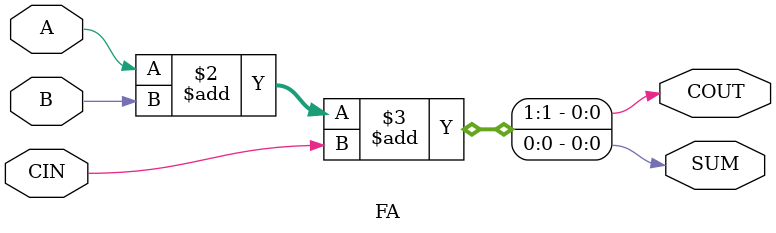
<source format=v>
module FA(
    input A,
    input B,
    input CIN,
    output reg SUM,
    output reg COUT
    );
always @(A or B or CIN)
begin
{COUT,SUM} = A+B+CIN;
end  

endmodule

</source>
